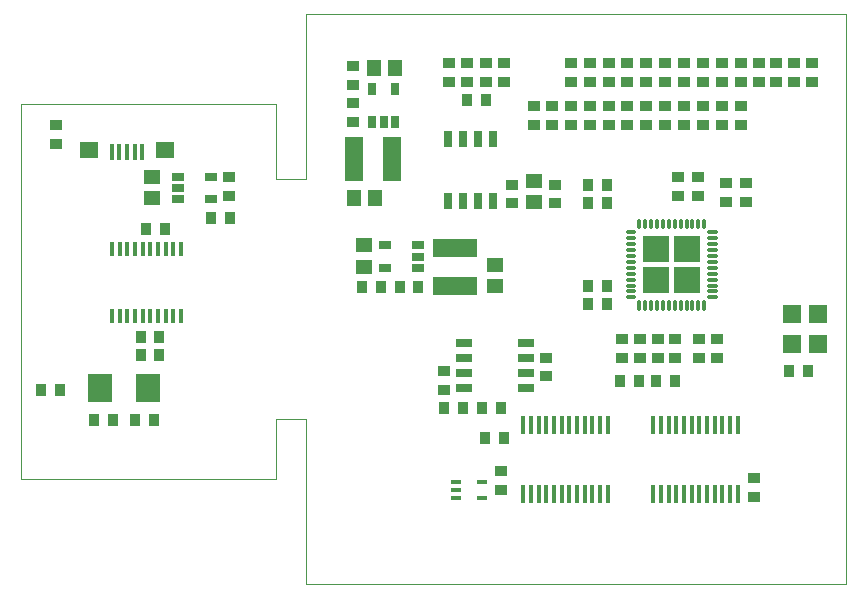
<source format=gtp>
G75*
%MOMM*%
%OFA0B0*%
%FSLAX33Y33*%
%IPPOS*%
%LPD*%
%AMOC8*
5,1,8,0,0,1.08239X$1,22.5*
%
%ADD10C,0.000*%
%ADD11R,1.000X0.950*%
%ADD12R,0.710X1.000*%
%ADD13R,1.150X1.450*%
%ADD14R,1.600X3.700*%
%ADD15R,1.500X1.600*%
%ADD16R,0.950X1.000*%
%ADD17C,0.300*%
%ADD18R,2.200X2.200*%
%ADD19R,1.350X0.710*%
%ADD20R,1.000X0.710*%
%ADD21R,1.450X1.150*%
%ADD22R,3.700X1.600*%
%ADD23R,0.710X1.350*%
%ADD24R,0.450X1.500*%
%ADD25R,0.950X0.400*%
%ADD26R,0.400X1.350*%
%ADD27R,1.600X1.400*%
%ADD28R,0.450X1.300*%
%ADD29R,2.000X2.400*%
D10*
X00354Y09244D02*
X21944Y09244D01*
X21944Y14324D01*
X24484Y14324D01*
X24484Y00354D01*
X70204Y00354D01*
X70204Y48614D01*
X24484Y48614D01*
X24484Y34644D01*
X21944Y34644D01*
X21944Y40994D01*
X00354Y40994D01*
X00354Y09244D01*
D11*
X17954Y33204D03*
X17954Y34804D03*
X28484Y39454D03*
X28484Y41054D03*
X28484Y42604D03*
X28484Y44204D03*
X36634Y44454D03*
X38184Y44454D03*
X39734Y44454D03*
X41284Y44454D03*
X41284Y42854D03*
X39734Y42854D03*
X38184Y42854D03*
X36634Y42854D03*
X43784Y40804D03*
X45334Y40804D03*
X46934Y40804D03*
X48534Y40804D03*
X48534Y39204D03*
X46934Y39204D03*
X45334Y39204D03*
X43784Y39204D03*
X46934Y42804D03*
X48534Y42804D03*
X48534Y44404D03*
X46934Y44404D03*
X50134Y44404D03*
X51734Y44404D03*
X53334Y44404D03*
X54934Y44404D03*
X54934Y42804D03*
X53334Y42804D03*
X51734Y42804D03*
X50134Y42804D03*
X50134Y40804D03*
X51734Y40804D03*
X53334Y40804D03*
X54934Y40804D03*
X54934Y39204D03*
X53334Y39204D03*
X51734Y39204D03*
X50134Y39204D03*
X56534Y39204D03*
X58134Y39204D03*
X59734Y39204D03*
X61334Y39204D03*
X61334Y40804D03*
X59734Y40804D03*
X58134Y40804D03*
X56534Y40804D03*
X56534Y42804D03*
X58134Y42804D03*
X59734Y42804D03*
X61334Y42804D03*
X62834Y42804D03*
X64334Y42804D03*
X65834Y42804D03*
X67334Y42804D03*
X67334Y44404D03*
X65834Y44404D03*
X64334Y44404D03*
X62834Y44404D03*
X61334Y44404D03*
X59734Y44404D03*
X58134Y44404D03*
X56534Y44404D03*
X55984Y34804D03*
X57684Y34804D03*
X57684Y33204D03*
X55984Y33204D03*
X60084Y32704D03*
X61784Y32704D03*
X61784Y34304D03*
X60084Y34304D03*
X45584Y34154D03*
X45584Y32554D03*
X41984Y32554D03*
X41984Y34154D03*
X51284Y21054D03*
X52784Y21054D03*
X54284Y21054D03*
X55784Y21054D03*
X57784Y21054D03*
X59334Y21054D03*
X59334Y19454D03*
X57784Y19454D03*
X55784Y19454D03*
X54284Y19454D03*
X52784Y19454D03*
X51284Y19454D03*
X44834Y19504D03*
X44834Y17904D03*
X36184Y18354D03*
X36184Y16754D03*
X40984Y09904D03*
X40984Y08304D03*
X62484Y07704D03*
X62484Y09304D03*
X03354Y37554D03*
X03354Y39154D03*
D12*
X30134Y39454D03*
X31084Y39454D03*
X32034Y39454D03*
X32034Y42254D03*
X30134Y42254D03*
D13*
X30234Y44054D03*
X32034Y44054D03*
X30384Y33004D03*
X28584Y33004D03*
D14*
X28584Y36354D03*
X31784Y36354D03*
D15*
X65633Y23174D03*
X67833Y23174D03*
X67833Y20634D03*
X65633Y20634D03*
D16*
X65384Y18354D03*
X66984Y18354D03*
X55784Y17554D03*
X54184Y17554D03*
X52684Y17554D03*
X51084Y17554D03*
X49984Y24004D03*
X48384Y24004D03*
X48384Y25604D03*
X49984Y25604D03*
X49984Y32554D03*
X48384Y32554D03*
X48384Y34104D03*
X49984Y34104D03*
X39734Y41304D03*
X38134Y41304D03*
X18074Y31304D03*
X16474Y31304D03*
X12554Y30404D03*
X10954Y30404D03*
X10504Y21204D03*
X10504Y19704D03*
X12104Y19704D03*
X12104Y21204D03*
X03704Y16754D03*
X02104Y16754D03*
X06604Y14254D03*
X08204Y14254D03*
X10014Y14244D03*
X11614Y14244D03*
X29284Y25454D03*
X30884Y25454D03*
X32434Y25454D03*
X34034Y25454D03*
X36234Y15204D03*
X37834Y15204D03*
X39384Y15204D03*
X40984Y15204D03*
X41284Y12654D03*
X39684Y12654D03*
D17*
X52734Y23629D02*
X52734Y24179D01*
X53234Y24179D02*
X53234Y23629D01*
X53734Y23629D02*
X53734Y24179D01*
X54234Y24179D02*
X54234Y23629D01*
X54734Y23629D02*
X54734Y24179D01*
X55234Y24179D02*
X55234Y23629D01*
X55734Y23629D02*
X55734Y24179D01*
X56234Y24179D02*
X56234Y23629D01*
X56734Y23629D02*
X56734Y24179D01*
X57234Y24179D02*
X57234Y23629D01*
X57734Y23629D02*
X57734Y24179D01*
X58234Y24179D02*
X58234Y23629D01*
X58659Y24604D02*
X59209Y24604D01*
X59209Y25104D02*
X58659Y25104D01*
X58659Y25604D02*
X59209Y25604D01*
X59209Y26104D02*
X58659Y26104D01*
X58659Y26604D02*
X59209Y26604D01*
X59209Y27104D02*
X58659Y27104D01*
X58659Y27604D02*
X59209Y27604D01*
X59209Y28104D02*
X58659Y28104D01*
X58659Y28604D02*
X59209Y28604D01*
X59209Y29104D02*
X58659Y29104D01*
X58659Y29604D02*
X59209Y29604D01*
X59209Y30104D02*
X58659Y30104D01*
X58234Y30529D02*
X58234Y31079D01*
X57734Y31079D02*
X57734Y30529D01*
X57234Y30529D02*
X57234Y31079D01*
X56734Y31079D02*
X56734Y30529D01*
X56234Y30529D02*
X56234Y31079D01*
X55734Y31079D02*
X55734Y30529D01*
X55234Y30529D02*
X55234Y31079D01*
X54734Y31079D02*
X54734Y30529D01*
X54234Y30529D02*
X54234Y31079D01*
X53734Y31079D02*
X53734Y30529D01*
X53234Y30529D02*
X53234Y31079D01*
X52734Y31079D02*
X52734Y30529D01*
X52309Y30104D02*
X51759Y30104D01*
X51759Y29604D02*
X52309Y29604D01*
X52309Y29104D02*
X51759Y29104D01*
X51759Y28604D02*
X52309Y28604D01*
X52309Y28104D02*
X51759Y28104D01*
X51759Y27604D02*
X52309Y27604D01*
X52309Y27104D02*
X51759Y27104D01*
X51759Y26604D02*
X52309Y26604D01*
X52309Y26104D02*
X51759Y26104D01*
X51759Y25604D02*
X52309Y25604D01*
X52309Y25104D02*
X51759Y25104D01*
X51759Y24604D02*
X52309Y24604D01*
D18*
X54184Y26054D03*
X56784Y26054D03*
X56784Y28654D03*
X54184Y28654D03*
D19*
X43109Y20759D03*
X43109Y19489D03*
X43109Y18219D03*
X43109Y16949D03*
X37859Y16949D03*
X37859Y18219D03*
X37859Y19489D03*
X37859Y20759D03*
D20*
X34034Y27104D03*
X34034Y28054D03*
X34034Y29004D03*
X31234Y29004D03*
X31234Y27104D03*
X16454Y32904D03*
X16454Y34804D03*
X13654Y34804D03*
X13654Y33854D03*
X13654Y32904D03*
D21*
X11504Y33004D03*
X11504Y34804D03*
X29434Y29004D03*
X29434Y27204D03*
X40484Y27354D03*
X40484Y25554D03*
X43784Y32654D03*
X43784Y34454D03*
D22*
X37134Y28754D03*
X37134Y25554D03*
D23*
X36579Y32729D03*
X37849Y32729D03*
X39119Y32729D03*
X40389Y32729D03*
X40389Y37979D03*
X39119Y37979D03*
X37849Y37979D03*
X36579Y37979D03*
D24*
X42909Y13754D03*
X43559Y13754D03*
X44209Y13754D03*
X44859Y13754D03*
X45509Y13754D03*
X46159Y13754D03*
X46809Y13754D03*
X47459Y13754D03*
X48109Y13754D03*
X48759Y13754D03*
X49409Y13754D03*
X50059Y13754D03*
X53909Y13754D03*
X54559Y13754D03*
X55209Y13754D03*
X55859Y13754D03*
X56509Y13754D03*
X57159Y13754D03*
X57809Y13754D03*
X58459Y13754D03*
X59109Y13754D03*
X59759Y13754D03*
X60409Y13754D03*
X61059Y13754D03*
X61059Y07954D03*
X60409Y07954D03*
X59759Y07954D03*
X59109Y07954D03*
X58459Y07954D03*
X57809Y07954D03*
X57159Y07954D03*
X56509Y07954D03*
X55859Y07954D03*
X55209Y07954D03*
X54559Y07954D03*
X53909Y07954D03*
X50059Y07954D03*
X49409Y07954D03*
X48759Y07954D03*
X48109Y07954D03*
X47459Y07954D03*
X46809Y07954D03*
X46159Y07954D03*
X45509Y07954D03*
X44859Y07954D03*
X44209Y07954D03*
X43559Y07954D03*
X42909Y07954D03*
D25*
X39384Y07654D03*
X39384Y08954D03*
X37184Y08954D03*
X37184Y08304D03*
X37184Y07654D03*
D26*
X10654Y36869D03*
X10004Y36869D03*
X09354Y36869D03*
X08704Y36869D03*
X08054Y36869D03*
D27*
X06154Y37119D03*
X12554Y37119D03*
D28*
X12629Y28704D03*
X11979Y28704D03*
X11329Y28704D03*
X10679Y28704D03*
X10029Y28704D03*
X09379Y28704D03*
X08729Y28704D03*
X08079Y28704D03*
X13279Y28704D03*
X13929Y28704D03*
X13929Y23004D03*
X13279Y23004D03*
X12629Y23004D03*
X11979Y23004D03*
X11329Y23004D03*
X10679Y23004D03*
X10029Y23004D03*
X09379Y23004D03*
X08729Y23004D03*
X08079Y23004D03*
D29*
X07104Y16954D03*
X11104Y16954D03*
M02*

</source>
